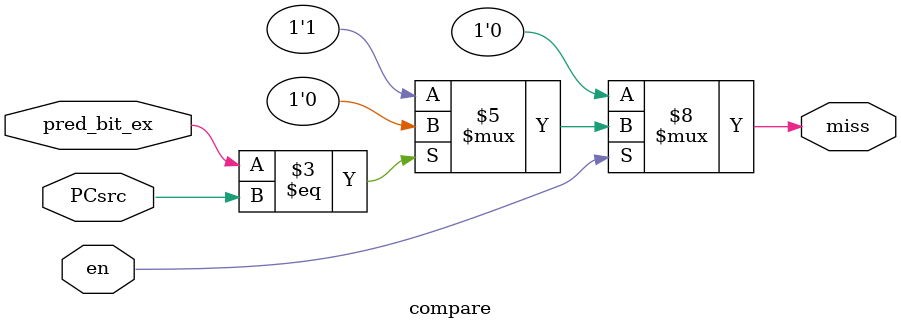
<source format=v>
module compare (en, pred_bit_ex, PCsrc,
                miss);
        input en ;
        input pred_bit_ex;
        input PCsrc;

        output reg miss;

        always @(*) begin
           if(en == 1'b0)  begin
               miss <= 1'b0;
           end else begin
               if(pred_bit_ex == PCsrc) begin
                   miss <= 1'b0;
               end else begin
                   miss <= 1'b1;
               end
           end
        end
endmodule

</source>
